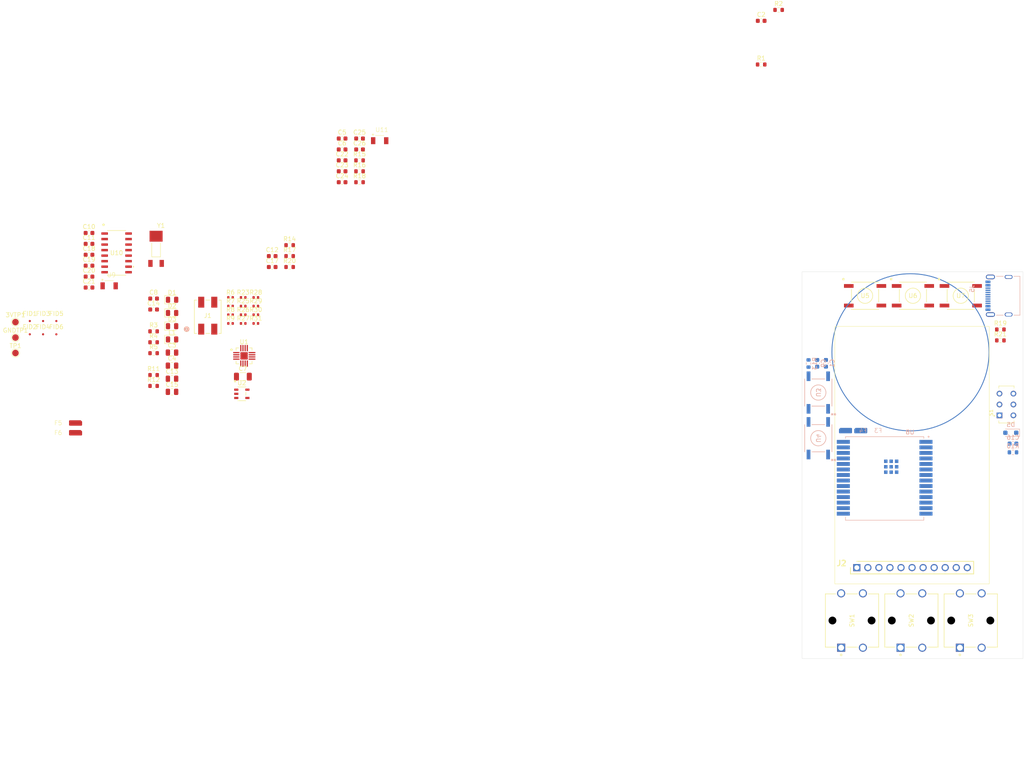
<source format=kicad_pcb>
(kicad_pcb (version 20241229) (generator "pcbnew") (generator_version "9.0")
  (layers (0 "F.Cu" signal) (2 "B.Cu" signal) (13 "F.Paste" user) (15 "B.Paste" user) (5 "F.SilkS" user "F.Silkscreen") (7 "B.SilkS" user "B.Silkscreen") (1 "F.Mask" user) (3 "B.Mask" user) (25 "Edge.Cuts" user))
  (net 0 "")
  (net 1 "3V3")
  (net 2 "MCU_EN")
  (net 3 "GND")
  (net 4 "Vsys")
  (net 5 "IO9")
  (net 6 "GPIO2")
  (net 7 "GPIO3")
  (net 8 "Net-(C12-Pad1)")
  (net 9 "Vbat")
  (net 10 "Vbus")
  (net 11 "/PWR/POWER_EN")
  (net 12 "Net-(C17-Pad1)")
  (net 13 "GPIO4")
  (net 14 "GPIO5")
  (net 15 "GPIO6")
  (net 16 "GPIO7")
  (net 17 "Net-(D1-A)")
  (net 18 "Net-(D2-A)")
  (net 19 "IO_CHG")
  (net 20 "Net-(D3-K)")
  (net 21 "Net-(D3-A)")
  (net 22 "LCD_D{slash}C")
  (net 23 "CS_SD")
  (net 24 "MISO")
  (net 25 "MOSI")
  (net 26 "SCK")
  (net 27 "LCD_RESET")
  (net 28 "D_P")
  (net 29 "Net-(J5-CC1_A)")
  (net 30 "D_N")
  (net 31 "Net-(J5-CC1_B)")
  (net 32 "Net-(U2-LX)")
  (net 33 "Net-(U8-IO8)")
  (net 34 "/PWR/TMR_CHR")
  (net 35 "/PWR/ISET_CHR")
  (net 36 "/PWR/TS_CHR")
  (net 37 "/PWR/ILIM_CHR")
  (net 38 "XTAL_P")
  (net 39 "XTAL_N")
  (net 40 "/PWR/TD_CHR")
  (net 41 "/PWR/EN1_CHR")
  (net 42 "/PWR/EN2_CHR")
  (net 43 "/PWR/CE_CHR")
  (net 45 "Net-(U10-VREF)")
  (net 47 "Net-(C6-Pad1)")
  (net 48 "AudioL")
  (net 49 "AudioR")
  (net 50 "Net-(C22-Pad1)")
  (net 51 "Net-(U10-INL)")
  (net 53 "Net-(U10-INR)")
  (net 54 "Net-(U10-MUTE)")
  (net 55 "AudioCS")
  (net 56 "Net-(U10-+OUT_R)")
  (net 57 "Net-(U10--OUT_R)")
  (net 58 "Net-(U10--OUT_L)")
  (net 59 "Net-(U10-+OUT_L)")
  (net 60 "Net-(F5-GOLDFINGER)")
  (net 61 "Net-(F6-GOLDFINGER)")
  (net 62 "LCD_CS")
  (net 63 "Net-(J2-Pad11)")
  (footprint "Capacitor_SMD:C_1206_3216Metric" (layer "F.Cu") (at -28.5386 60.594799)
    (property "Reference" "C7" (at 0 -1.85 0) (layer "F.SilkS"))
    (property "Value" "22uF")
    (pad "1" smd roundrect (at -1.475 0) (size 1.15 1.8) (layers "F.Cu" "F.Mask" "F.Paste") (roundrect_rratio 0.217391) (net 1 "3V3"))
    (pad "2" smd roundrect (at 1.475 0) (size 1.15 1.8) (layers "F.Cu" "F.Mask" "F.Paste") (roundrect_rratio 0.217391) (net 3 "GND"))
  )
  (footprint "Library:2425754-1_TEC" (layer "F.Cu") (at 109 122.91425 90)
    (property "Reference" "SW1" (at 6.25 2.5 90) (layer "F.SilkS"))
    (property "Value" "2425754-1")
    (pad "" np_thru_hole circle (at 6.25 -2 90) (size 1.8034 1.8034) (drill 1.8034) (layers))
    (pad "" np_thru_hole circle (at 6.25 7 90) (size 1.8034 1.8034) (drill 1.8034) (layers))
    (pad "1" thru_hole rect (at 0 0 90) (size 1.8542 1.8542) (drill 1.3462) (layers "*.Cu" "*.Mask") (net 6 "GPIO2"))
    (pad "2" thru_hole circle (at 0 5 90) (size 1.8542 1.8542) (drill 1.3462) (layers "*.Cu" "*.Mask") (net 3 "GND"))
    (pad "3" thru_hole circle (at 12.5 5 90) (size 1.8542 1.8542) (drill 1.3462) (layers "*.Cu" "*.Mask") (net 3 "GND"))
    (pad "4" thru_hole circle (at 12.5 0 90) (size 1.8542 1.8542) (drill 1.3462) (layers "*.Cu" "*.Mask") (net 6 "GPIO2"))
  )
  (footprint "Capacitor_SMD:C_0603_1608Metric" (layer "F.Cu") (at -5.725 15.9)
    (property "Reference" "C24" (at 0 -1.43 0) (layer "F.SilkS"))
    (property "Value" "470uf")
    (pad "1" smd roundrect (at -0.775 0) (size 0.9 0.95) (layers "F.Cu" "F.Mask" "F.Paste") (net 1 "3V3"))
    (pad "2" smd roundrect (at 0.775 0) (size 0.9 0.95) (layers "F.Cu" "F.Mask" "F.Paste") (net 3 "GND"))
  )
  (footprint "Resistor_SMD:R_0402_1005Metric" (layer "F.Cu") (at -25.5586 48.364799)
    (property "Reference" "R31" (at 0 -1.17 0) (layer "F.SilkS"))
    (property "Value" "0R")
    (pad "1" smd roundrect (at -0.51 0) (size 0.54 0.64) (layers "F.Cu" "F.Mask" "F.Paste") (net 3 "GND"))
    (pad "2" smd roundrect (at 0.51 0) (size 0.54 0.64) (layers "F.Cu" "F.Mask" "F.Paste") (net 43 "/PWR/CE_CHR"))
  )
  (footprint "Library:XTAL_MS1V-T1K-32.768KHZ-12.5PF-20PPM-TA-QC" (layer "F.Cu") (at -48.4886 31.014799)
    (property "Reference" "Y1" (at 1.125 -5.135 0) (layer "F.SilkS"))
    (property "Value" "MS1V-T1K-32.768KHZ-12.5PF-20PPM-TA-QC")
    (pad "1" smd rect (at -1.3 3.55) (size 1 1.6) (layers "F.Cu" "F.Mask" "F.Paste") (net 8 "Net-(C12-Pad1)"))
    (pad "2" smd rect (at 1.3 3.55) (size 1 1.6) (layers "F.Cu" "F.Mask" "F.Paste") (net 12 "Net-(C17-Pad1)"))
    (pad "S1" smd rect (at 0 -2.7) (size 3 2.5) (layers "F.Cu" "F.Mask" "F.Paste"))
  )
  (footprint "Library:SWITCH_45SK43SMTR92LFS" (layer "F.Cu") (at 125.5 42)
    (property "Reference" "U6" (at 0 0 0) (layer "F.SilkS"))
    (property "Value" "PTS645SK43SMTR92LFS")
    (fp_text user "*" (at -5 -3.5 0) (layer "F.SilkS"))
    (fp_text user "*" (at -5 -3.5 0) (layer "F.SilkS"))
    (pad "1" smd rect (at -3.7465 -2.250001) (size 2.2098 0.8636) (layers "F.Cu" "F.Mask" "F.Paste") (net 15 "GPIO6"))
    (pad "2" smd rect (at 3.7465 -2.250001) (size 2.2098 0.8636) (layers "F.Cu" "F.Mask" "F.Paste") (net 15 "GPIO6"))
    (pad "3" smd rect (at -3.7465 2.250001) (size 2.2098 0.8636) (layers "F.Cu" "F.Mask" "F.Paste") (net 3 "GND"))
    (pad "4" smd rect (at 3.7465 2.250001) (size 2.2098 0.8636) (layers "F.Cu" "F.Mask" "F.Paste") (net 3 "GND"))
  )
  (footprint "TestPoint:TestPoint_Pad_D1.5mm" (layer "F.Cu") (at -80.8186 51.614799)
    (property "Reference" "GNDTP1" (at 0 -1.648 0) (layer "F.SilkS"))
    (property "Value" "TP")
    (pad "1" smd circle (at 0 0) (size 1.5 1.5) (layers "F.Cu" "F.Mask") (net 3 "GND"))
  )
  (footprint "Capacitor_SMD:C_0603_1608Metric" (layer "F.Cu") (at -49.0586 42.654799)
    (property "Reference" "C8" (at 0 -1.43 0) (layer "F.SilkS"))
    (property "Value" "0.1uF")
    (pad "1" smd roundrect (at -0.775 0) (size 0.9 0.95) (layers "F.Cu" "F.Mask" "F.Paste") (net 1 "3V3"))
    (pad "2" smd roundrect (at 0.775 0) (size 0.9 0.95) (layers "F.Cu" "F.Mask" "F.Paste") (net 3 "GND"))
  )
  (footprint "Library:SW_EG1271A" (layer "F.Cu") (at 147 67 90)
    (property "Reference" "S1" (at -1.86 -3.508 90) (layer "F.SilkS") (effects (font (size 0.8 0.8))))
    (property "Value" "EG1271A")
    (pad "1" thru_hole rect (at -2.5 -1.6 90) (size 1.308 1.308) (drill 0.8) (layers "*.Cu" "*.Mask") (net 4 "Vsys"))
    (pad "2" thru_hole circle (at 0 -1.6 90) (size 1.308 1.308) (drill 0.8) (layers "*.Cu" "*.Mask") (net 11 "/PWR/POWER_EN"))
    (pad "3" thru_hole circle (at 2.5 -1.6 90) (size 1.308 1.308) (drill 0.8) (layers "*.Cu" "*.Mask") (net 3 "GND"))
    (pad "4" thru_hole circle (at -2.5 1.6 90) (size 1.308 1.308) (drill 0.8) (layers "*.Cu" "*.Mask") (net 4 "Vsys"))
    (pad "5" thru_hole circle (at 0 1.6 90) (size 1.308 1.308) (drill 0.8) (layers "*.Cu" "*.Mask") (net 11 "/PWR/POWER_EN"))
    (pad "6" thru_hole circle (at 2.5 1.6 90) (size 1.308 1.308) (drill 0.8) (layers "*.Cu" "*.Mask") (net 3 "GND"))
  )
  (footprint "Capacitor_SMD:C_0805_2012Metric" (layer "F.Cu") (at -44.8286 58.074799)
    (property "Reference" "C4" (at 0 -1.68 0) (layer "F.SilkS"))
    (property "Value" "4.7uF")
    (pad "1" smd roundrect (at -0.95 0) (size 1 1.45) (layers "F.Cu" "F.Mask" "F.Paste") (net 1 "3V3"))
    (pad "2" smd roundrect (at 0.95 0) (size 1 1.45) (layers "F.Cu" "F.Mask" "F.Paste") (net 3 "GND"))
  )
  (footprint "Capacitor_SMD:C_0603_1608Metric" (layer "F.Cu") (at -63.9086 30.074799)
    (property "Reference" "C11" (at 0 -1.43 0) (layer "F.SilkS"))
    (property "Value" "0.1uF")
    (pad "1" smd roundrect (at -0.775 0) (size 0.9 0.95) (layers "F.Cu" "F.Mask" "F.Paste") (net 7 "GPIO3"))
    (pad "2" smd roundrect (at 0.775 0) (size 0.9 0.95) (layers "F.Cu" "F.Mask" "F.Paste") (net 3 "GND"))
  )
  (footprint "Resistor_SMD:R_0402_1005Metric" (layer "F.Cu") (at -31.3786 46.374799)
    (property "Reference" "R8" (at 0 -1.17 0) (layer "F.SilkS"))
    (property "Value" "10k")
    (pad "1" smd roundrect (at -0.51 0) (size 0.54 0.64) (layers "F.Cu" "F.Mask" "F.Paste") (net 36 "/PWR/TS_CHR"))
    (pad "2" smd roundrect (at 0.51 0) (size 0.54 0.64) (layers "F.Cu" "F.Mask" "F.Paste") (net 3 "GND"))
  )
  (footprint "Capacitor_SMD:C_0603_1608Metric" (layer "F.Cu") (at -21.7986 32.884799)
    (property "Reference" "C12" (at 0 -1.43 0) (layer "F.SilkS"))
    (property "Value" "12pF")
    (pad "1" smd roundrect (at -0.775 0) (size 0.9 0.95) (layers "F.Cu" "F.Mask" "F.Paste") (net 8 "Net-(C12-Pad1)"))
    (pad "2" smd roundrect (at 0.775 0) (size 0.9 0.95) (layers "F.Cu" "F.Mask" "F.Paste") (net 3 "GND"))
  )
  (footprint "Capacitor_SMD:C_0603_1608Metric" (layer "F.Cu") (at -5.725 10.88)
    (property "Reference" "C22" (at 0 -1.43 0) (layer "F.SilkS"))
    (property "Value" "4.7uF")
    (pad "1" smd roundrect (at -0.775 0) (size 0.9 0.95) (layers "F.Cu" "F.Mask" "F.Paste") (net 50 "Net-(C22-Pad1)"))
    (pad "2" smd roundrect (at 0.775 0) (size 0.9 0.95) (layers "F.Cu" "F.Mask" "F.Paste") (net 49 "AudioR"))
  )
  (footprint "Resistor_SMD:R_0402_1005Metric" (layer "F.Cu") (at -31.3786 48.364799)
    (property "Reference" "R9" (at 0 -1.17 0) (layer "F.SilkS"))
    (property "Value" "0R")
    (pad "1" smd roundrect (at -0.51 0) (size 0.54 0.64) (layers "F.Cu" "F.Mask" "F.Paste") (net 37 "/PWR/ILIM_CHR"))
    (pad "2" smd roundrect (at 0.51 0) (size 0.54 0.64) (layers "F.Cu" "F.Mask" "F.Paste") (net 3 "GND"))
  )
  (footprint "Resistor_SMD:R_0603_1608Metric" (layer "F.Cu") (at -49.0586 52.694799)
    (property "Reference" "R4" (at 0 -1.43 0) (layer "F.SilkS"))
    (property "Value" "1k")
    (pad "1" smd roundrect (at -0.825 0) (size 0.8 0.95) (layers "F.Cu" "F.Mask" "F.Paste") (net 4 "Vsys"))
    (pad "2" smd roundrect (at 0.825 0) (size 0.8 0.95) (layers "F.Cu" "F.Mask" "F.Paste") (net 18 "Net-(D2-A)"))
  )
  (footprint "Library:SPEAKER" (layer "F.Cu") (at 2.915 5.355)
    (property "Reference" "U11" (at 0.5 -1.5 0) (layer "F.SilkS") (effects (font (thickness 0.1))))
    (property "Value" "SPKM.36.8.B")
    (fp_text user "*" (at -2 0.5 0) (layer "F.SilkS") (effects (font (thickness 0.1)) (justify left bottom)))
    (pad "1" smd rect (at -1.5 1) (size 1 1.6) (layers "F.Cu" "F.Mask" "F.Paste") (net 59 "Net-(U10-+OUT_L)"))
    (pad "2" smd rect (at 1.5 1) (size 1 1.6) (layers "F.Cu" "F.Mask" "F.Paste") (net 58 "Net-(U10--OUT_L)"))
  )
  (footprint "Capacitor_SMD:C_0603_1608Metric" (layer "F.Cu") (at -21.7986 35.394799)
    (property "Reference" "C17" (at 0 -1.43 0) (layer "F.SilkS"))
    (property "Value" "12pF")
    (pad "1" smd roundrect (at -0.775 0) (size 0.9 0.95) (layers "F.Cu" "F.Mask" "F.Paste") (net 12 "Net-(C17-Pad1)"))
    (pad "2" smd roundrect (at 0.775 0) (size 0.9 0.95) (layers "F.Cu" "F.Mask" "F.Paste") (net 3 "GND"))
  )
  (footprint "TestPoint:TestPoint_Pad_D1.5mm" (layer "F.Cu") (at -80.8186 55.164799)
    (property "Reference" "TP1" (at 0 -1.648 0) (layer "F.SilkS"))
    (property "Value" "TestPoint")
    (pad "1" smd circle (at 0 0) (size 1.5 1.5) (layers "F.Cu" "F.Mask"))
  )
  (footprint "Resistor_SMD:R_0603_1608Metric" (layer "F.Cu") (at -49.0586 50.184799)
    (property "Reference" "R3" (at 0 -1.43 0) (layer "F.SilkS"))
    (property "Value" "1k")
    (pad "1" smd roundrect (at -0.825 0) (size 0.8 0.95) (layers "F.Cu" "F.Mask" "F.Paste") (net 1 "3V3"))
    (pad "2" smd roundrect (at 0.825 0) (size 0.8 0.95) (layers "F.Cu" "F.Mask" "F.Paste") (net 17 "Net-(D1-A)"))
  )
  (footprint "Resistor_SMD:R_0603_1608Metric" (layer "F.Cu") (at 145.606 52.2645)
    (property "Reference" "R21" (at 0 -1.43 0) (layer "F.SilkS"))
    (property "Value" "0")
    (pad "1" smd roundrect (at -0.825 0) (size 0.8 0.95) (layers "F.Cu" "F.Mask" "F.Paste") (net 3 "GND"))
    (pad "2" smd roundrect (at 0.825 0) (size 0.8 0.95) (layers "F.Cu" "F.Mask" "F.Paste") (net 63 "Net-(J2-Pad11)"))
  )
  (footprint "Capacitor_SMD:C_0805_2012Metric" (layer "F.Cu") (at -44.8286 64.094799)
    (property "Reference" "C15" (at 0 -1.68 0) (layer "F.SilkS"))
    (property "Value" "4.7uF")
    (pad "1" smd roundrect (at -0.95 0) (size 1 1.45) (layers "F.Cu" "F.Mask" "F.Paste") (net 4 "Vsys"))
    (pad "2" smd roundrect (at 0.95 0) (size 1 1.45) (layers "F.Cu" "F.Mask" "F.Paste") (net 3 "GND"))
  )
  (footprint "Fiducial:Fiducial_0.5mm_Mask1.5mm" (layer "F.Cu") (at -77.5186 47.814799)
    (property "Reference" "FID1" (at 0 -1.7 0) (layer "F.SilkS"))
    (property "Value" "Fiducial")
    (pad "" smd circle (at 0 0) (size 0.5 0.5) (layers "F.Cu" "F.Mask") (clearance 0.6))
  )
  (footprint "Library:SWITCH_45SK43SMTR92LFS" (layer "F.Cu") (at 136.5 42)
    (property "Reference" "U7" (at 0 0 0) (layer "F.SilkS"))
    (property "Value" "PTS645SK43SMTR92LFS")
    (fp_text user "*" (at -5 -3.5 0) (layer "F.SilkS"))
    (fp_text user "*" (at -5 -3.5 0) (layer "F.SilkS"))
    (pad "1" smd rect (at -3.7465 -2.250001) (size 2.2098 0.8636) (layers "F.Cu" "F.Mask" "F.Paste") (net 16 "GPIO7"))
    (pad "2" smd rect (at 3.7465 -2.250001) (size 2.2098 0.8636) (layers "F.Cu" "F.Mask" "F.Paste") (net 16 "GPIO7"))
    (pad "3" smd rect (at -3.7465 2.250001) (size 2.2098 0.8636) (layers "F.Cu" "F.Mask" "F.Paste") (net 3 "GND"))
    (pad "4" smd rect (at 3.7465 2.250001) (size 2.2098 0.8636) (layers "F.Cu" "F.Mask" "F.Paste") (net 3 "GND"))
  )
  (footprint "Capacitor_SMD:C_0603_1608Metric" (layer "F.Cu") (at 90.615 -21.2)
    (property "Reference" "C2" (at 0 -1.43 0) (layer "F.SilkS"))
    (property "Value" "1uF")
    (pad "1" smd roundrect (at -0.775 0) (size 0.9 0.95) (layers "F.Cu" "F.Mask" "F.Paste") (net 2 "MCU_EN"))
    (pad "2" smd roundrect (at 0.775 0) (size 0.9 0.95) (layers "F.Cu" "F.Mask" "F.Paste") (net 3 "GND"))
  )
  (footprint "Fiducial:Fiducial_0.5mm_Mask1.5mm" (layer "F.Cu") (at -71.4186 47.814799)
    (property "Reference" "FID5" (at 0 -1.7 0) (layer "F.SilkS"))
    (property "Value" "Fiducial")
    (pad "" smd circle (at 0 0) (size 0.5 0.5) (layers "F.Cu" "F.Mask") (clearance 0.6))
  )
  (footprint "Resistor_SMD:R_0402_1005Metric" (layer "F.Cu") (at -31.3786 42.394799)
    (property "Reference" "R6" (at 0 -1.17 0) (layer "F.SilkS"))
    (property "Value" "0R")
    (pad "1" smd roundrect (at -0.51 0) (size 0.54 0.64) (layers "F.Cu" "F.Mask" "F.Paste") (net 34 "/PWR/TMR_CHR"))
    (pad "2" smd roundrect (at 0.51 0) (size 0.54 0.64) (layers "F.Cu" "F.Mask" "F.Paste") (net 3 "GND"))
  )
  (footprint "Fiducial:Fiducial_0.5mm_Mask1.5mm" (layer "F.Cu") (at -77.5186 50.864799)
    (property "Reference" "FID2" (at 0 -1.7 0) (layer "F.SilkS"))
    (property "Value" "Fiducial")
    (pad "" smd circle (at 0 0) (size 0.5 0.5) (layers "F.Cu" "F.Mask") (clearance 0.6))
  )
  (footprint "Resistor_SMD:R_0603_1608Metric" (layer "F.Cu") (at -1.715 10.88)
    (property "Reference" "R15" (at 0 -1.43 0) (layer "F.SilkS"))
    (property "Value" "18k")
    (pad "1" smd roundrect (at -0.825 0) (size 0.8 0.95) (layers "F.Cu" "F.Mask" "F.Paste") (net 51 "Net-(U10-INL)"))
    (pad "2" smd roundrect (at 0.825 0) (size 0.8 0.95) (layers "F.Cu" "F.Mask" "F.Paste") (net 47 "Net-(C6-Pad1)"))
  )
  (footprint "Resistor_SMD:R_0603_1608Metric" (layer "F.Cu") (at -17.7886 35.394799)
    (property "Reference" "R20" (at 0 -1.43 0) (layer "F.SilkS"))
    (property "Value" "0R")
    (pad "1" smd roundrect (at -0.825 0) (size 0.8 0.95) (layers "F.Cu" "F.Mask" "F.Paste") (net 39 "XTAL_N"))
    (pad "2" smd roundrect (at 0.825 0) (size 0.8 0.95) (layers "F.Cu" "F.Mask" "F.Paste") (net 12 "Net-(C17-Pad1)"))
  )
  (footprint "Library:2425754-1_TEC" (layer "F.Cu") (at 122.6492 122.91425 90)
    (property "Reference" "SW2" (at 6.25 2.5 90) (layer "F.SilkS"))
    (property "Value" "2425754-1")
    (pad "" np_thru_hole circle (at 6.25 -2 90) (size 1.8034 1.8034) (drill 1.8034) (layers))
    (pad "" np_thru_hole circle (at 6.25 7 90) (size 1.8034 1.8034) (drill 1.8034) (layers))
    (pad "1" thru_hole rect (at 0 0 90) (size 1.8542 1.8542) (drill 1.3462) (layers "*.Cu" "*.Mask") (net 7 "GPIO3"))
    (pad "2" thru_hole circle (at 0 5 90) (size 1.8542 1.8542) (drill 1.3462) (layers "*.Cu" "*.Mask") (net 3 "GND"))
    (pad "3" thru_hole circle (at 12.5 5 90) (size 1.8542 1.8542) (drill 1.3462) (layers "*.Cu" "*.Mask") (net 3 "GND"))
    (pad "4" thru_hole circle (at 12.5 0 90) (size 1.8542 1.8542) (drill 1.3462) (layers "*.Cu" "*.Mask") (net 7 "GPIO3"))
  )
  (footprint "Library:LCD" (layer "F.Cu") (at 113.601 96.9995)
    (property "Reference" "J2" (at -4.5 6.5 0) (layer "F.SilkS") (effects (font (size 1.27 1.27) (thickness 0.254))))
    (property "Value" "LCD" (hide yes))
    (pad "" np_thru_hole circle (at -4.05 -45.95) (size 2.2 2.2) (drill 2.2) (layers "*.Cu" "*.Mask"))
    (pad "" np_thru_hole circle (at 27.45 -45.95) (size 2.2 2.2) (drill 2.2) (layers "*.Cu" "*.Mask"))
    (pad "1" thru_hole rect (at -1.001 7.5005) (size 1.65 1.65) (drill 1.1) (layers "*.Cu" "*.Mask") (net 1 "3V3"))
    (pad "2" thru_hole circle (at 1.539 7.5005) (size 1.65 1.65) (drill 1.1) (layers "*.Cu" "*.Mask"))
    (pad "3" thru_hole circle (at 4.079 7.5005) (size 1.65 1.65) (drill 1.1) (layers "*.Cu" "*.Mask") (net 3 "GND"))
    (pad "4" thru_hole circle (at 6.619 7.5005) (size 1.65 1.65) (drill 1.1) (layers "*.Cu" "*.Mask") (net 26 "SCK"))
    (pad "5" thru_hole circle (at 9.159 7.5005) (size 1.65 1.65) (drill 1.1) (layers "*.Cu" "*.Mask") (net 24 "MISO"))
    (pad "6" thru_hole circle (at 11.699 7.5005) (size 1.65 1.65) (drill 1.1) (layers "*.Cu" "*.Mask") (net 25 "MOSI"))
    (pad "7" thru_hole circle (at 14.239 7.5005) (size 1.65 1.65) (drill 1.1) (layers "*.Cu" "*.Mask") (net 62 "LCD_CS"))
    (pad "8" thru_hole circle (at 16.779 7.5005) (size 1.65 1.65) (drill 1.1) (layers "*.Cu" "*.Mask") (net 27 "LCD_RESET"))
    (pad "9" thru_hole circle (at 19.319 7.5005) (size 1.65 1.65) (drill 1.1) (layers "*.Cu" "*.Mask") (net 22 "LCD_D{slash}C"))
    (pad "10" thru_hole circle (at 21.859 7.5005) (size 1.65 1.65) (drill 1.1) (layers "*.Cu" "*.Mask") (net 23 "CS_SD"))
    (pad "11" thru_hole circle (at 24.399 7.5005) (size 1.65 1.65) (drill 1.1) (layers "*.Cu" "*.Mask") (net 63 "Net-(J2-Pad11)"))
  )
  (footprint "Resistor_SMD:R_0603_1608Metric" (layer "F.Cu") (at -49.0586 60.224799)
    (property "Reference" "R11" (at 0 -1.43 0) (layer "F.SilkS"))
    (property "Value" "5k1")
    (pad "1" smd roundrect (at -0.825 0) (size 0.8 0.95) (layers "F.Cu" "F.Mask" "F.Paste") (net 31 "Net-(J5-CC1_B)"))
    (pad "2" smd roundrect (at 0.825 0) (size 0.8 0.95) (layers "F.Cu" "F.Mask" "F.Paste") (net 3 "GND"))
  )
  (footprint "Library:SWITCH_45SK43SMTR92LFS" (layer "F.Cu") (at 114.5 42)
    (property "Reference" "U5" (at 0 0 0) (layer "F.SilkS"))
    (property "Value" "PTS645SK43SMTR92LFS")
    (fp_text user "*" (at -5 -3.5 0) (layer "F.SilkS"))
    (fp_text user "*" (at -5 -3.5 0) (layer "F.SilkS"))
    (pad "1" smd rect (at -3.7465 -2.250001) (size 2.2098 0.8636) (layers "F.Cu" "F.Mask" "F.Paste") (net 14 "GPIO5"))
    (pad "2" smd rect (at 3.7465 -2.250001) (size 2.2098 0.8636) (layers "F.Cu" "F.Mask" "F.Paste") (net 14 "GPIO5"))
    (pad "3" smd rect (at -3.7465 2.250001) (size 2.2098 0.8636) (layers "F.Cu" "F.Mask" "F.Paste") (net 3 "GND"))
    (pad "4" smd rect (at 3.7465 2.250001) (size 2.2098 0.8636) (layers "F.Cu" "F.Mask" "F.Paste") (net 3 "GND"))
  )
  (footprint "Library:GOLD_FINGERS" (layer "F.Cu") (at -67 71.25)
    (property "Reference" "F5" (at -4 0 0) (layer "F.SilkS") (effects (font (thickness 0.1))))
    (property "Value" "~")
    (pad "1" smd roundrect (at 0 0) (size 3 1.25) (property pad_prop_bga) (layers "F.Cu" "F.Mask" "F.Paste") (roundrect_rratio 0.15) (chamfer_ratio 0.25) (chamfer top_right) (net 60 "Net-(F5-GOLDFINGER)"))
  )
  (footprint "Library:CONN2_2059-302&slash_998-403_WAG" (layer "F.Cu") (at -36.613598 46.833142)
    (property "Reference" "J1" (at 0 -0.253144 0) (layer "F.SilkS"))
    (property "Value" "2060-1452/998-404")
    (pad "1" smd rect (at -1.500001 2.846855) (size 1.397 2.5) (layers "F.Cu" "F.Mask" "F.Paste") (net 3 "GND"))
    (pad "2" smd rect (at -1.500001 -3.353143) (size 1.397 2.5) (layers "F.Cu" "F.Mask" "F.Paste") (net 3 "GND"))
    (pad "3" smd rect (at 1.499998 2.846855) (size 1.397 2.5) (layers "F.Cu" "F.Mask" "F.Paste") (net 9 "Vbat"))
    (pad "4" smd rect (at 1.499998 -3.353143) (size 1.397 2.5) (layers "F.Cu" "F.Mask" "F.Paste") (net 9 "Vbat"))
  )
  (footprint "Resistor_SMD:R_0402_1005Metric" (layer "F.Cu") (at -28.4686 48.364799)
    (property "Reference" "R27" (at 0 -1.17 0) (layer "F.SilkS"))
    (property "Value" "0R")
    (pad "1" smd roundrect (at -0.51 0) (size 0.54 0.64) (layers "F.Cu" "F.Mask" "F.Paste") (net 3 "GND"))
    (pad "2" smd roundrect (at 0.51 0) (size 0.54 0.64) (layers "F.Cu" "F.Mask" "F.Paste") (net 41 "/PWR/EN1_CHR"))
  )
  (footprint "Resistor_SMD:R_0402_1005Metric" (layer "F.Cu") (at -25.5586 42.394799)
    (property "Reference" "R28" (at 0 -1.17 0) (layer "F.SilkS"))
    (property "Value" "0R")
    (pad "1" smd roundrect (at -0.51 0) (size 0.54 0.64) (layers "F.Cu" "F.Mask" "F.Paste") (net 42 "/PWR/EN2_CHR"))
    (pad "2" smd roundrect (at 0.51 0) (size 0.54 0.64) (layers "F.Cu" "F.Mask" "F.Paste") (net 4 "Vsys"))
  )
  (footprint "Resistor_SMD:R_0603_1608Metric" (layer "F.Cu") (at -1.715 15.9)
    (property "Reference" "R18" (at 0 -1.43 0) (layer "F.SilkS"))
    (property "Value" "0")
    (pad "1" smd roundrect (at -0.825 0) (size 0.8 0.95) (layers "F.Cu" "F.Mask" "F.Paste") (net 1 "3V3"))
    (pad "2" smd roundrect (at 0.825 0) (size 0.8 0.95) (layers "F.Cu" "F.Mask" "F.Paste") (net 54 "Net-(U10-MUTE)"))
  )
  (footprint "Library:RGT16_1P7X1P7" (layer "F.Cu") (at -28.2636 55.819799)
    (property "Reference" "U1" (at 0 -3.2 0) (layer "F.SilkS"))
    (property "Value" "BQ24230RGTR")
    (fp_text user "*" (at -2.9 -1.1 0) (layer "F.SilkS"))
    (fp_text user "*" (at -2.9 -1.1 0) (layer "F.SilkS"))
    (pad "1" smd rect (at -1.775 -0.750001 90) (size 0.28 1.449999) (layers "F.Cu" "F.Mask") (net 36 "/PWR/TS_CHR"))
    (pad "2" smd rect (at -1.775 -0.25 90) (size 0.28 1.449999) (layers "F.Cu" "F.Mask") (net 9 "Vbat"))
    (pad "3" smd rect (at -1.775 0.249999 90) (size 0.279998 1.449999) (layers "F.Cu" "F.Mask") (net 9 "Vbat"))
    (pad "4" smd rect (at -1.775 0.750001 90) (size 0.28 1.449999) (layers "F.Cu" "F.Mask") (net 43 "/PWR/CE_CHR"))
    (pad "5" smd rect (at -0.750189 1.775) (size 0.28 1.449999) (layers "F.Cu" "F.Mask") (net 42 "/PWR/EN2_CHR"))
    (pad "6" smd rect (at -0.250063 1.775) (size 0.28 1.449999) (layers "F.Cu" "F.Mask") (net 41 "/PWR/EN1_CHR"))
    (pad "7" smd rect (at 0.250063 1.775) (size 0.28 1.449999) (layers "F.Cu" "F.Mask") (net 20 "Net-(D3-K)"))
    (pad "8" smd rect (at 0.750189 1.775) (size 0.28 1.449999) (layers "F.Cu" "F.Mask") (net 3 "GND"))
    (pad "9" smd rect (at 1.825 0.750001 90) (size 0.28 1.549999) (layers "F.Cu" "F.Mask") (net 19 "IO_CHG"))
    (pad "10" smd rect (at 1.825 0.25 90) (size 0.28 1.549999) (layers "F.Cu" "F.Mask") (net 4 "Vsys"))
    (pad "11" smd rect (at 1.825 -0.25 90) (size 0.28 1.549999) (layers "F.Cu" "F.Mask") (net 4 "Vsys"))
    (pad "12" smd rect (at 1.825 -0.750001 90) (size 0.28 1.549999) (layers "F.Cu" "F.Mask") (net 37 "/PWR/ILIM_CHR"))
    (pad "13" smd rect (at 0.750189 -1.775) (size 0.28 1.449999) (layers "F.Cu" "F.Mask") (net 10 "Vbus"))
    (pad "14" smd rect (at 0.250063 -1.775) (size 0.28 1.449999) (layers "F.Cu" "F.Mask") (net 34 "/PWR/TMR_CHR"))
    (pad "15" smd rect (at -0.250063 -1.775) (size 0.28 1.449999) (layers "F.Cu" "F.Mask") (net 40 "/PWR/TD_CHR"))
    (pad "16" smd rect (at -0.750189 -1.775) (size 0.28 1.449999) (layers "F.Cu" "F.Mask") (net 35 "/PWR/ISET_CHR"))
    (pad "17" smd rect (at 0 0) (size 1.7 1.7) (layers "F.Cu") (net 3 "GND"))
  )
  (footprint "Capacitor_SMD:C_0603_1608Metric" (layer "F.Cu") (at -63.9086 32.584799)
    (property "Reference" "C18" (at 0 -1.43 0) (layer "F.SilkS"))
    (property "Value" "0.1uF")
    (pad "1" smd roundrect (at -0.775 0) (size 0.9 0.95) (layers "F.Cu" "F.Mask" "F.Paste") (net 13 "GPIO4"))
    (pad "2" smd roundrect (at 0.775 0) (size 0.9 0.95) (layers "F.Cu" "F.Mask" "F.Paste") (net 3 "GND"))
  )
  (footprint "Capacitor_SMD:C_0603_1608Metric" (layer "F.Cu") (at -63.9086 35.094799)
    (property "Reference" "C19" (at 0 -1.43 0) (layer "F.SilkS"))
    (property "Value" "0.1uF")
    (pad "1" smd roundrect (at -0.775 0) (size 0.9 0.95) (layers "F.Cu" "F.Mask" "F.Paste") (net 14 "GPIO5"))
    (pad "2" smd roundrect (at 0.775 0) (size 0.9 0.95) (layers "F.Cu" "F.Mask" "F.Paste") (net 3 "GND"))
  )
  (footprint "Resistor_SMD:R_0603_1608Metric" (layer "F.Cu") (at 90.615 -11.16)
    (property "Reference" "R1" (at 0 -1.43 0) (layer "F.SilkS"))
    (property "Value" "10k")
    (pad "1" smd roundrect (at -0.825 0) (size 0.8 0.95) (layers "F.Cu" "F.Mask" "F.Paste") (net 2 "MCU_EN"))
    (pad "2" smd roundrect (at 0.825 0) (size 0.8 0.95) (layers "F.Cu" "F.Mask" "F.Paste") (net 1 "3V3"))
  )
  (footprint "Library:TSOT5_MC_MCH" (layer "F.Cu") (at -28.7778 64.549999)
    (property "Reference" "U2" (at 0 -2.5 0) (layer "F.SilkS"))
    (property "Value" "MCP1603T-330I/OS")
    (fp_text user "*" (at -1.5318 -2.601 0) (layer "F.SilkS"))
    (fp_text user "*" (at -1.5318 -2.601 0) (layer "F.SilkS"))
    (pad "1" smd rect (at -1.2778 -0.950001) (size 0.9556 0.508) (layers "F.Cu" "F.Mask" "F.Paste") (net 4 "Vsys"))
    (pad "2" smd rect (at -1.2778 0) (size 0.9556 0.508) (layers "F.Cu" "F.Mask" "F.Paste") (net 3 "GND"))
    (pad "3" smd rect (at -1.2778 0.950001) (size 0.9556 0.508) (layers "F.Cu" "F.Mask" "F.Paste") (net 11 "/PWR/POWER_EN"))
    (pad "4" smd rect (at 1.2778 0.950001) (size 0.9556 0.508) (layers "F.Cu" "F.Mask" "F.Paste") (net 1 "3V3"))
    (pad "5" smd rect (at 1.2778 -0.950001) (size 0.9556 0.508) (layers "F.Cu" "F.Mask" "F.Paste") (net 32 "Net-(U2-LX)"))
  )
  (footprint "Resistor_SMD:R_0603_1608Metric" (layer "F.Cu") (at -49.0586 55.204799)
    (property "Reference" "R5" (at 0 -1.43 0) (layer "F.SilkS"))
    (property "Value" "1k")
    (pad "1" smd roundrect (at -0.825 0) (size 0.8 0.95) (layers "F.Cu" "F.Mask" "F.Paste") (net 4 "Vsys"))
    (pad "2" smd roundrect (at 0.825 0) (size 0.8 0.95) (layers "F.Cu" "F.Mask" "F.Paste") (net 21 "Net-(D3-A)"))
  )
  (footprint "Capacitor_SMD:C_0603_1608Metric" (layer "F.Cu") (at -63.9086 40.114799)
    (property "Reference" "C21" (at 0 -1.43 0) (layer "F.SilkS"))
    (property "Value" "0.1uF")
    (pad "1" smd roundrect (at -0.775 0) (size 0.9 0.95) (layers "F.Cu" "F.Mask" "F.Paste") (net 16 "GPIO7"))
    (pad "2" smd roundrect (at 0.775 0) (size 0.9 0.95) (layers "F.Cu" "F.Mask" "F.Paste") (net 3 "GND"))
  )
  (footprint "Capacitor_SMD:C_0603_1608Metric" (layer "F.Cu") (at -5.725 5.86)
    (property "Reference" "C5" (at 0 -1.43 0) (layer "F.SilkS"))
    (property "Value" "0.1uF")
    (pad "1" smd roundrect (at -0.775 0) (size 0.9 0.95) (layers "F.Cu" "F.Mask" "F.Paste") (net 45 "Net-(U10-VREF)"))
    (pad "2" smd roundrect (at 0.775 0) (size 0.9 0.95) (layers "F.Cu" "F.Mask" "F.Paste") (net 3 "GND"))
  )
  (footprint "LED_SMD:LED_0805_2012Metric" (layer "F.Cu") (at -44.8086 48.999799)
    (property "Reference" "D3" (at 0 -1.65 0) (layer "F.SilkS"))
    (property "Value" "LED")
    (pad "1" smd roundrect (at -0.9375 0) (size 0.975 1.4) (layers "F.Cu" "F.Mask" "F.Paste") (net 20 "Net-(D3-K)"))
    (pad "2" smd roundrect (at 0.9375 0) (size 0.975 1.4) (layers "F.Cu" "F.Mask" "F.Paste") (net 21 "Net-(D3-A)"))
  )
  (footprint "Resistor_SMD:R_0603_1608Metric" (layer "F.Cu") (at -17.7886 32.884799)
    (property "Reference" "R17" (at 0 -1.43 0) (layer "F.SilkS"))
    (property "Value" "0R")
    (pad "1" smd roundrect (at -0.825 0) (size 0.8 0.95) (layers "F.Cu" "F.Mask" "F.Paste") (net 12 "Net-(C17-Pad1)"))
    (pad "2" smd roundrect (at 0.825 0) (size 0.8 0.95) (layers "F.Cu" "F.Mask" "F.Paste") (net 8 "Net-(C12-Pad1)"))
  )
  (footprint "Resistor_SMD:R_0402_1005Metric" (layer "F.Cu") (at -31.3786 44.384799)
    (property "Reference" "R7" (at 0 -1.17 0) (layer "F.SilkS"))
    (property "Value" "4.35k")
    (pad "1" smd roundrect (at -0.51 0) (size 0.54 0.64) (layers "F.Cu" "F.Mask" "F.Paste") (net 35 "/PWR/ISET_CHR"))
    (pad "2" smd roundrect (at 0.51 0) (size 0.54 0.64) (layers "F.Cu" "F.Mask" "F.Paste") (net 3 "GND"))
  )
  (footprint "Fiducial:Fiducial_0.5mm_Mask1.5mm" (layer "F.Cu") (at -74.4686 47.814799)
    (property "Reference" "FID3" (at 0 -1.7 0) (layer "F.SilkS"))
    (property "Value" "Fiducial")
    (pad "" smd circle (at 0 0) (size 0.5 0.5) (layers "F.Cu" "F.Mask") (clearance 0.6))
  )
  (footprint "LED_SMD:LED_0805_2012Metric" (layer "F.Cu") (at -44.8086 42.919799)
    (property "Reference" "D1" (at 0 -1.65 0) (layer "F.SilkS"))
    (property "Value" "LED")
    (pad "1" smd roundrect (at -0.9375 0) (size 0.975 1.4) (layers "F.Cu" "F.Mask" "F.Paste") (net 3 "GND"))
    (pad "2" smd roundrect (at 0.9375 0) (size 0.975 1.4) (layers "F.Cu" "F.Mask" "F.Paste") (net 17 "Net-(D1-A)"))
  )
  (footprint "Capacitor_SMD:C_0603_1608Metric" (layer "F.Cu") (at -5.725 8.37)
    (property "Reference" "C6" (at 0 -1.43 0) (layer "F.SilkS"))
    (property "Value" "4.7uF")
    (pad "1" smd roundrect (at -0.775 0) (size 0.9 0.95) (layers "F.Cu" "F.Mask" "F.Paste") (net 47 "Net-(C6-Pad1)"))
    (pad "2" smd roundrect (at 0.775 0) (size 0.9 0.95) (layers "F.Cu" "F.Mask" "F.Paste") (net 48 "AudioL"))
  )
  (footprint "LED_SMD:LED_0805_2012Metric" (layer "F.Cu") (at -44.8086 52.039799)
    (property "Reference" "L1" (at 0 -1.65 0) (layer "F.SilkS"))
    (property "Value" "4.7uH")
    (pad "1" smd roundrect (at -0.9375 0) (size 0.975 1.4) (layers "F.Cu" "F.Mask" "F.Paste") (net 32 "Net-(U2-LX)"))
    (pad "2" smd roundrect (at 0.9375 0) (size 0.975 1.4) (layers "F.Cu" "F.Mask" "F.Paste") (net 1 "3V3"))
  )
  (footprint "Resistor_SMD:R_0402_1005Metric" (layer "F.Cu") (at -28.4686 44.384799)
    (property "Reference" "R25" (at 0 -1.17 0) (layer "F.SilkS"))
    (property "Value" "0R")
    (pad "1" smd roundrect (at -0.51 0) (size 0.54 0.64) (layers "F.Cu" "F.Mask" "F.Paste") (net 3 "GND"))
    (pad "2" smd roundrect (at 0.51 0) (size 0.54 0.64) (layers "F.Cu" "F.Mask" "F.Paste") (net 40 "/PWR/TD_CHR"))
  )
  (footprint "Capacitor_SMD:C_0603_1608Metric" (layer "F.Cu") (at -49.0586 45.164799)
    (property "Reference" "C14" (at 0 -1.43 0) (layer "F.SilkS"))
    (property "Value" "1uF")
    (pad "1" smd roundrect (at -0.775 0) (size 0.9 0.95) (layers "F.Cu" "F.Mask" "F.Paste") (net 10 "Vbus"))
    (pad "2" smd roundrect (at 0.775 0) (size 0.9 0.95) (layers "F.Cu" "F.Mask" "F.Paste") (net 3 "GND"))
  )
  (footprint "Capacitor_SMD:C_0805_2012Metric" (layer "F.Cu") (at -44.8286 61.084799)
    (property "Reference" "C13" (at 0 -1.68 0) (layer "F.SilkS"))
    (property "Value" "4.7uF")
    (pad "1" smd roundrect (at -0.95 0) (size 1 1.45) (layers "F.Cu" "F.Mask" "F.Paste") (net 9 "Vbat"))
    (pad "2" smd roundrect (at 0.95 0) (size 1 1.45) (layers "F.Cu" "F.Mask" "F.Paste") (net 3 "GND"))
  )
  (footprint "TestPoint:TestPoint_Pad_D1.5mm" (layer "F.Cu") (at -80.8186 48.064799)
    (property "Reference" "3VTP1" (at 0 -1.648 0) (layer "F.SilkS"))
    (property "Value" "TP")
    (pad "1" smd circle (at 0 0) (size 1.5 1.5) (layers "F.Cu" "F.Mask") (net 1 "3V3"))
  )
  (footprint "Fiducial:Fiducial_0.5mm_Mask1.5mm" (layer "F.Cu") (at -74.4686 50.864799)
    (property "Reference" "FID4" (at 0 -1.7 0) (layer "F.SilkS"))
    (property "Value" "Fiducial")
    (pad "" smd circle (at 0 0) (size 0.5 0.5) (layers "F.Cu" "F.Mask") (clearance 0.6))
  )
  (footprint "Resistor_SMD:R_0402_1005Metric" (layer "F.Cu") (at -28.4686 46.374799)
    (property "Reference" "R26" (at 0 -1.17 0) (layer "F.SilkS"))
    (property "Value" "0R")
    (pad "1" smd roundrect (at -0.51 0) (size 0.54 0.64) (layers "F.Cu" "F.Mask" "F.Paste") (net 41 "/PWR/EN1_CHR"))
    (pad "2" smd roundrect (at 0.51 0) (size 0.54 0.64) (layers "F.Cu" "F.Mask" "F.Paste") (net 4 "Vsys"))
  )
  (footprint "Capacitor_SMD:C_0805_2012Metric" (layer "F.Cu") (at -44.8286 55.064799)
    (property "Reference" "C3" (at 0 -1.68 0) (layer "F.SilkS"))
    (property "Value" "4.7uF")
    (pad "1" smd roundrect (at -0.95 0) (size 1 1.45) (layers "F.Cu" "F.Mask" "F.Paste") (net 4 "Vsys"))
    (pad "2" smd roundrect (at 0.95 0) (size 1 1.45) (layers "F.Cu" "F.Mask" "F.Paste") (net 3 "GND"))
  )
  (footprint "Library:SOIC_8403DR_DIO" (layer "F.Cu") (at -57.5682 32.143799)
    (property "Reference" "U10" (at 0 0 0) (layer "F.SilkS"))
    (property "Value" "PAM8403DR")
    (fp_text user "*" (at -3.00355 -6.1468 0) (layer "F.SilkS"))
    (fp_text user "*" (at -3.00355 -6.1468 0) (layer "F.SilkS"))
    (pad "1" smd rect (at -2.74955 -4.445) (size 1.5113 0.5588) (layers "F.Cu" "F.Mask" "F.Paste") (net 59 "Net-(U10-+OUT_L)"))
    (pad "2" smd rect (at -2.74955 -3.175) (size 1.5113 0.5588) (layers "F.Cu" "F.Mask" "F.Paste") (net 3 "GND"))
    (pad "3" smd rect (at -2.74955 -1.905) (size 1.5113 0.5588) (layers "F.Cu" "F.Mask" "F.Paste") (net 58 "Net-(U10--OUT_L)"))
    (pad "4" smd rect (at -2.74955 -0.635) (size 1.5113 0.5588) (layers "F.Cu" "F.Mask" "F.Paste") (net 1 "3V3"))
    (pad "5" smd rect (at -2.74955 0.635) (size 1.5113 0.5588) (layers "F.Cu" "F.Mask" "F.Paste") (net 54 "Net-(U10-MUTE)"))
    (pad "6" smd rect (at -2.74955 1.905) (size 1.5113 0.5588) (layers "F.Cu" "F.Mask" "F.Paste") (net 1 "3V3"))
    (pad "7" smd rect (at -2.74955 3.175) (size 1.5113 0.5588) (layers "F.Cu" "F.Mask" "F.Paste") (net 51 "Net-(U10-INL)"))
    (pad "8" smd rect (at -2.74955 4.445) (size 1.5113 0.5588) (layers "F.Cu" "F.Mask" "F.Paste") (net 45 "Net-(U10-VREF)"))
    (pad "9" smd rect (at 2.74955 4.445) (size 1.5113 0.5588) (layers "F.Cu" "F.Mask" "F.Paste"))
    (pad "10" smd rect (at 2.74955 3.175) (size 1.5113 0.5588) (layers "F.Cu" "F.Mask" "F.Paste") (net 53 "Net-(U10-INR)"))
    (pad "11" smd rect (at 2.74955 1.905) (size 1.5113 0.5588) (layers "F.Cu" "F.Mask" "F.Paste") (net 3 "GND"))
    (pad "12" smd rect (at 2.74955 0.635) (size 1.5113 0.5588) (layers "F.Cu" "F.Mask" "F.Paste") (net 55 "AudioCS"))
    (pad "13" smd rect (at 2.74955 -0.635) (size 1.5113 0.5588) (layers "F.Cu" "F.Mask" "F.Paste") (net 1 "3V3"))
    (pad "14" smd rect (at 2.74955 -1.905) (size 1.5113 0.5588) (layers "F.Cu" "F.Mask" "F.Paste") (net 57 "Net-(U10--OUT_R)"))
    (pad "15" smd rect (at 2.74955 -3.175) (size 1.5113 0.5588) (layers "F.Cu" "F.Mask" "F.Paste") (net 3 "GND"))
    (pad "16" smd rect (at 2.74955 -4.445) (size 1.5113 0.5588) (layers "F.Cu" "F.Mask" "F.Paste") (net 56 "Net-(U10-+OUT_R)"))
  )
  (footprint "Resistor_SMD:R_0603_1608Metric" (layer "F.Cu") (at -1.715 13.39)
    (property "Reference" "R16" (at 0 -1.43 0) (layer "F.SilkS"))
    (property "Value" "18k")
    (pad "1" smd roundrect (at -0.825 0) (size 0.8 0.95) (layers "F.Cu" "F.Mask" "F.Paste") (net 50 "Net-(C22-Pad1)"))
    (pad "2" smd roundrect (at 0.825 0) (size 0.8 0.95) (layers "F.Cu" "F.Mask" "F.Paste") (net 53 "Net-(U10-INR)"))
  )
  (footprint "Resistor_SMD:R_0603_1608Metric" (layer "F.Cu") (at 145.606 49.7545)
    (property "Reference" "R19" (at 0 -1.43 0) (layer "F.SilkS"))
    (property "Value" "0")
    (pad "1" smd roundrect (at -0.825 0) (size 0.8 0.95) (layers "F.Cu" "F.Mask" "F.Paste") (net 63 "Net-(J2-Pad11)"))
    (pad "2" smd roundrect (at 0.825 0) (size 0.8 0.95) (layers "F.Cu" "F.Mask" "F.Paste") (net 1 "3V3"))
  )
  (footprint "Capacitor_SMD:C_0603_1608Metric" (layer "F.Cu") (at -63.9086 37.604799)
    (property "Reference" "C20" (at 0 -1.43 0) (layer "F.SilkS"))
    (property "Value" "0.1uF")
    (pad "1" smd roundrect (at -0.775 0) (size 0.9 0.95) (layers "F.Cu" "F.Mask" "F.Paste") (net 15 "GPIO6"))
    (pad "2" smd roundrect (at 0.775 0) (size 0.9 0.95) (layers "F.Cu" "F.Mask" "F.Paste") (net 3 "GND"))
  )
  (footprint "Fiducial:Fiducial_0.5mm_Mask1.5mm" (layer "F.Cu") (at -71.4186 50.864799)
    (property "Reference" "FID6" (at 0 -1.7 0) (layer "F.SilkS"))
    (property "Value" "Fiducial")
    (pad "" smd circle (at 0 0) (size 0.5 0.5) (layers "F.Cu" "F.Mask") (clearance 0.6))
  )
  (footprint "Resistor_SMD:R_0402_1005Metric" (layer "F.Cu") (at -25.5586 46.374799)
    (property "Reference" "R30" (at 0 -1.17 0) (layer "F.SilkS"))
    (property "Value" "0R")
    (pad "1" smd roundrect (at -0.51 0) (size 0.54 0.64) (layers "F.Cu" "F.Mask" "F.Paste") (net 43 "/PWR/CE_CHR"))
    (pad "2" smd roundrect (at 0.51 0) (size 0.54 0.64) (layers "F.Cu" "F.Mask" "F.Paste") (net 4 "Vsys"))
  )
  (footprint "Capacitor_SMD:C_0603_1608Metric" (layer "F.Cu") (at -5.725 13.39)
    (property "Reference" "C23" (at 0 -1.43 0) (layer "F.SilkS"))
    (property "Value" "0.1uF")
    (pad "1" smd roundrect (at -0.775 0) (size 0.9 0.95) (layers "F.Cu" "F.Mask" "F.Paste") (net 1 "3V3"))
    (pad "2" smd roundrect (at 0.775 0) (size 0.9 0.95) (layers "F.Cu" "F.Mask" "F.Paste") (net 3 "GND"))
  )
  (footprint "Capacitor_SMD:C_0603_1608Metric" (layer "F.Cu") (at -63.9086 27.564799)
    (property "Reference" "C10" (at 0 -1.43 0) (layer "F.SilkS"))
    (property "Value" "0.1uF")
    (pad "1" smd roundrect (at -0.775 0) (size 0.9 0.95) (layers "F.Cu" "F.Mask" "F.Paste") (net 6 "GPIO2"))
    (pad "2" smd roundrect (at 0.775 0) (size 0.9 0.95) (layers "F.Cu" "F.Mask" "F.Paste") (net 3 "GND"))
  )
  (footprint "Capacitor_SMD:C_0603_1608Metric" (layer "F.Cu") (at -1.715 8.37)
    (property "Reference" "C26" (at 0 -1.43 0) (layer "F.SilkS"))
    (property "Value" "0.1uF")
    (pad "1" smd roundrect (at -0.775 0) (size 0.9 0.95) (layers "F.Cu" "F.Mask" "F.Paste") (net 3 "GND"))
    (pad "2" smd roundrect (at 0.775 0) (size 0.9 0.95) (layers "F.Cu" "F.Mask" "F.Paste") (net 1 "3V3"))
  )
  (footprint "Resistor_SMD:R_0603_1608Metric" (layer "F.Cu") (at -49.0586 62.734799)
    (property "Reference" "R12" (at 0 -1.43 0) (layer "F.SilkS"))
    (property "Value" "5k1")
    (pad "1" smd roundrect (at -0.825 0) (size 0.8 0.95) (layers "F.Cu" "F.Mask" "F.Paste") (net 3 "GND"))
    (pad "2" smd roundrect (at 0.825 0) (size 0.8 0.95) (layers "F.Cu" "F.Mask" "F.Paste") (net 29 "Net-(J5-CC1_A)"))
  )
  (footprint "LED_SMD:LED_0805_2012Metric" (layer "F.Cu") (at -44.8086 45.959799)
    (property "Reference" "D2" (at 0 -1.65 0) (layer "F.SilkS"))
    (property "Value" "LED")
    (pad "1" smd roundrect (at -0.9375 0) (size 0.975 1.4) (layers "F.Cu" "F.Mask" "F.Paste") (net 19 "IO_CHG"))
    (pad "2" smd roundrect (at 0.9375 0) (size 0.975 1.4) (layers "F.Cu" "F.Mask" "F.Paste") (net 18 "Net-(D2-A)"))
  )
  (footprint "Library:2425754-1_TEC" (layer "F.Cu") (at 136.2984 122.91425 90)
    (property "Reference" "SW3" (at 6.25 2.5 90) (layer "F.SilkS"))
    (property "Value" "2425754-1")
    (pad "" np_thru_hole circle (at 6.25 -2 90) (size 1.8034 1.8034) (drill 1.8034) (layers))
    (pad "" np_thru_hole circle (at 6.25 7 90) (size 1.8034 1.8034) (drill 1.8034) (layers))
    (pad "1" thru_hole rect (at 0 0 90) (size 1.8542 1.8542) (drill 1.3462) (layers "*.Cu" "*.Mask") (net 13 "GPIO4"))
    (pad "2" thru_hole circle (at 0 5 90) (size 1.8542 1.8542) (drill 1.3462) (layers "*.Cu" "*.Mask") (net 3 "GND"))
    (pad "3" thru_hole circle (at 12.5 5 90) (size 1.8542 1.8542) (drill 1.3462) (layers "*.Cu" "*.Mask") (net 3 "GND"))
    (pad "4" thru_hole circle (at 12.5 0 90) (size 1.8542 1.8542) (drill 1.3462) (layers "*.Cu" "*.Mask") (net 13 "GPIO4"))
  )
  (footprint "Library:GOLD_FINGERS" (layer "F.Cu") (at -67 73.5)
    (property "Reference" "F6" (at -4 0 0) (layer "F.SilkS") (effects (font (thickness 0.1))))
    (property "Value" "~")
    (pad "1" smd roundrect (at 0 0) (size 3 1.25) (property pad_prop_bga) (layers "F.Cu" "F.Mask" "F.Paste") (roundrect_rratio 0.15) (chamfer_ratio 0.25) (chamfer top_right) (net 61 "Net-(F6-GOLDFINGER)"))
  )
  (footprint "Library:SPEAKER" (layer "F.Cu") (at -59.2786 38.719799)
    (property "Reference" "U9" (at 0.5 -1.5 0) (layer "F.SilkS") (effects (font (thickness 0.1))))
    (property "Value" "SPKM.36.8.B")
    (fp_text user "*" (at -2 0.5 0) (layer "F.SilkS") (effects (font (thickness 0.1)) (justify left bottom)))
    (pad "1" smd rect (at -1.5 1) (size 1 1.6) (layers "F.Cu" "F.Mask" "F.Paste") (net 56 "Net-(U10-+OUT_R)"))
    (pad "2" smd rect (at 1.5 1) (size 1 1.6) (layers "F.Cu" "F.Mask" "F.Paste") (net 57 "Net-(U10--OUT_R)"))
  )
  (footprint "Resistor_SMD:R_0603_1608Metric" (layer "F.Cu") (at 94.625 -23.71)
    (property "Reference" "R2" (at 0 -1.43 0) (layer "F.SilkS"))
    (property "Value" "10k")
    (pad "1" smd roundrect (at -0.825 0) (size 0.8 0.95) (layers "F.Cu" "F.Mask" "F.Paste") (net 33 "Net-(U8-IO8)"))
    (pad "2" smd roundrect (at 0.825 0) (size 0.8 0.95) (layers "F.Cu" "F.Mask" "F.Paste") (net 1 "3V3"))
  )
  (footprint "Resistor_SMD:R_0603_1608Metric" (layer "F.Cu") (at -17.7886 30.374799)
    (property "Reference" "R14" (at 0 -1.43 0) (layer "F.SilkS"))
    (property "Value" "0R")
    (pad "1" smd roundrect (at -0.825 0) (size 0.8 0.95) (layers "F.Cu" "F.Mask" "F.Paste") (net 38 "XTAL_P"))
    (pad "2" smd roundrect (at 0.825 0) (size 0.8 0.95) (layers "F.Cu" "F.Mask" "F.Paste") (net 8 "Net-(C12-Pad1)"))
  )
  (footprint "Resistor_SMD:R_0402_1005Metric" (layer "F.Cu") (at -28.4686 42.394799)
    (property "Reference" "R23" (at 0 -1.17 0) (layer "F.SilkS"))
    (property "Value" "0R")
    (pad "1" smd roundrect (at -0.51 0) (size 0.54 0.64) (layers "F.Cu" "F.Mask" "F.Paste") (net 40 "/PWR/TD_CHR"))
    (pad "2" smd roundrect (at 0.51 0) (size 0.54 0.64) (layers "F.Cu" "F.Mask" "F.Paste") (net 4 "Vsys"))
  )
  (footprint "Capacitor_SMD:C_0603_1608Metric" (layer "F.Cu") (at -1.715 5.86)
    (property "Reference" "C25" (at 0 -1.43 0) (layer "F.SilkS"))
    (property "Value" "1uf")
    (pad "1" smd roundrect (at -0.775 0) (size 0.9 0.95) (layers "F.Cu" "F.Mask" "F.Paste") (net 1 "3V3"))
    (pad "2" smd roundrect (at 0.775 0) (size 0.9 0.95) (layers "F.Cu" "F.Mask" "F.Paste") (net 3 "GND"))
  )
  (footprint "Resistor_SMD:R_0402_1005Metric" (layer "F.Cu") (at -25.5586 44.384799)
    (property "Reference" "R29" (at 0 -1.17 0) (layer "F.SilkS"))
    (property "Value" "0R")
    (pad "1" smd roundrect (at -0.51 0) (size 0.54 0.64) (layers "F.Cu" "F.Mask" "F.Paste") (net 3 "GND"))
    (pad "2" smd roundrect (at 0.51 0) (size 0.54 0.64) (layers "F.Cu" "F.Mask" "F.Paste") (net 42 "/PWR/EN2_CHR"))
  )
  (footprint "Resistor_SMD:R_0603_1608Metric" (layer "B.Cu") (at 101.5 57.5785 90)
    (property "Reference" "R13" (at 0 1.43 90) (layer "B.SilkS") (effects (justify mirror)))
    (property "Value" "0R")
    (pad "1" smd roundrect (at -0.825 0 90) (size 0.8 0.95) (layers "B.Cu" "B.Mask" "B.Paste") (net 5 "IO9"))
    (pad "2" smd roundrect (at 0.825 0 90) (size 0.8 0.95) (layers "B.Cu" "B.Mask" "B.Paste") (net 1 "3V3"))
  )
  (footprint "Resistor_SMD:R_0603_1608Metric" (layer "B.Cu") (at 148.5 78 180)
    (property "Reference" "R10" (at 0 1.43 0) (layer "B.SilkS") (effects (justify mirror)))
    (property "Value" "100k")
    (pad "1" smd roundrect (at -0.825 0 180) (size 0.8 0.95) (layers "B.Cu" "B.Mask" "B.Paste") (net 11 "/PWR/POWER_EN"))
    (pad "2" smd roundrect (at 0.825 0 180) (size 0.8 0.95) (layers "B.Cu" "B.Mask" "B.Paste") (net 3 "GND"))
  )
  (footprint "Diode_SMD:D_SOD-323_HandSoldering" (layer "B.Cu") (at 148 73.5 180)
    (property "Reference" "D5" (at 0 1.85 0) (layer "B.SilkS") (effects (justify mirror)))
    (property "Value" "D_TVS")
    (pad "1" smd roundrect (at -1.25 0 180) (size 1 1) (layers "B.Cu" "B.Mask" "B.Paste") (net 3 "GND"))
    (pad "2" smd roundrect (at 1.25 0 180) (size 1 1) (layers "B.Cu" "B.Mask" "B.Paste") (net 4 "Vsys"))
  )
  (footprint "Library:SWITCH_45SK43SMTR92LFS" (layer "B.Cu") (at 103.749999 64.2535 90)
    (property "Reference" "U3" (at 0 0 270) (layer "B.SilkS") (effects (justify mirror)))
    (property "Value" "PTS645SK43SMTR92LFS")
    (fp_text user "*" (at -5 3.5 90) (layer "B.SilkS") (effects (justify mirror)))
    (fp_text user "*" (at -5 3.5 270) (layer "B.SilkS") (effects (justify mirror)))
    (pad "1" smd rect (at -3.7465 2.250001 90) (size 2.2098 0.8636) (layers "B.Cu" "B.Mask" "B.Paste") (net 2 "MCU_EN"))
    (pad "2" smd rect (at 3.7465 2.250001 90) (size 2.2098 0.8636) (layers "B.Cu" "B.Mask" "B.Paste") (net 2 "MCU_EN"))
    (pad "3" smd rect (at -3.7465 -2.250001 90) (size 2.2098 0.8636) (layers "B.Cu" "B.Mask" "B.Paste") (net 3 "GND"))
    (pad "4" smd rect (at 3.7465 -2.250001 90) (size 2.2098 0.8636) (layers "B.Cu" "B.Mask" "B.Paste") (net 3 "GND"))
  )
  (footprint "Library:GOLD_FINGERS" (layer "B.Cu") (at 113.5 73 180)
    (property "Reference" "F3" (at -4 0 0) (layer "B.SilkS") (effects (font (thickness 0.1)) (justify mirror)))
    (property "Value" "~")
    (pad "1" smd roundrect (at 0 0 180) (size 3 1.25) (property pad_prop_bga) (layers "B.Cu" "B.Mask" "B.Paste") (roundrect_rratio 0.15) (chamfer_ratio 0.25) (chamfer bottom_right) (net 19 "IO_CHG"))
  )
  (footprint "Library:AMPHENOL_12402012E212A" (layer "B.Cu") (at 147.5 42 -90)
    (property "Reference" "J5" (at -1.62 8.405 90) (layer "B.SilkS") (effects (justify mirror)))
    (property "Value" "12402012E212A")
    (pad "" np_thru_hole circle (at -2.89 3.68 270) (size 0.65 0.65) (drill 0.65) (layers "*.Cu" "*.Mask"))
    (pad "" np_thru_hole circle (at 2.89 3.68 270) (size 0.65 0.65) (drill 0.65) (layers "*.Cu" "*.Mask"))
    (pad "A1_B12" smd rect (at -3.2 4.75 270) (size 0.6 1.14) (layers "B.Cu" "B.Mask" "B.Paste") (net 3 "GND"))
    (pad "A4_B9" smd rect (at -2.4 4.75 270) (size 0.6 1.14) (layers "B.Cu" "B.Mask" "B.Paste") (net 10 "Vbus"))
    (pad "A5" smd rect (at -1.25 4.75 270) (size 0.3 1.14) (layers "B.Cu" "B.Mask" "B.Paste") (net 29 "Net-(J5-CC1_A)"))
    (pad "A6" smd rect (at -0.25 4.75 270) (size 0.3 1.14) (layers "B.Cu" "B.Mask" "B.Paste") (net 28 "D_P"))
    (pad "A7" smd rect (at 0.25 4.75 270) (size 0.3 1.14) (layers "B.Cu" "B.Mask" "B.Paste") (net 30 "D_N"))
    (pad "A8" smd rect (at 1.25 4.75 270) (size 0.3 1.14) (layers "B.Cu" "B.Mask" "B.Paste") (net 61 "Net-(F6-GOLDFINGER)"))
    (pad "B1_A12" smd rect (at 3.2 4.75 270) (size 0.6 1.14) (layers "B.Cu" "B.Mask" "B.Paste") (net 3 "GND"))
    (pad "B4_A9" smd rect (at 2.4 4.75 270) (size 0.6 1.14) (layers "B.Cu" "B.Mask" "B.Paste") (net 10 "Vbus"))
    (pad "B5" smd rect (at 1.75 4.75 270) (size 0.3 1.14) (layers "B.Cu" "B.Mask" "B.Paste") (net 31 "Net-(J5-CC1_B)"))
    (pad "B6" smd rect (at 0.75 4.75 270) (size 0.3 1.14) (layers "B.Cu" "B.Mask" "B.Paste") (net 28 "D_P"))
    (pad "B7" smd rect (at -0.75 4.75 270) (size 0.3 1.14) (layers "B.Cu" "B.Mask" "B.Paste") (net 30 "D_N"))
    (pad "B8" smd rect (at -1.75 4.75 270) (size 0.3 1.14) (layers "B.Cu" "B.Mask" "B.Paste") (net 60 "Net-(F5-GOLDFINGER)"))
    (pad "SH1" thru_hole oval (at -4.32 4.18 270) (size 1.05 2.1) (drill oval 0.6 1.7) (layers "*.Cu" "*.Mask") (net 3 "GND"))
    (pad "SH2" thru_hole oval (at 4.32 4.18 270) (size 1.05 2.1) (drill oval 0.6 1.7) (layers "*.Cu" "*.Mask") (net 3 "GND"))
    (pad "SH3" thru_hole oval (at -4.32 0 270) (size 0.9 1.8) (drill oval 0.6 1.4) (layers "*.Cu" "*.Mask") (net 3 "GND"))
    (pad "SH4" thru_hole oval (at 4.32 0 270) (size 0.9 1.8) (drill oval 0.6 1.4) (layers "*.Cu" "*.Mask") (net 3 "GND"))
  )
  (footprint "Capacitor_SMD:C_0603_1608Metric" (layer "B.Cu") (at 103.5 57.5285 90)
    (property "Reference" "C9" (at 0 1.43 90) (layer "B.SilkS") (effects (justify mirror)))
    (property "Value" "0.1uF")
    (pad "1" smd roundrect (at -0.775 0 90) (size 0.9 0.95) (layers "B.Cu" "B.Mask" "B.Paste") (net 5 "IO9"))
    (pad "2" smd roundrect (at 0.775 0 90) (size 0.9 0.95) (layers "B.Cu" "B.Mask" "B.Paste") (net 3 "GND"))
  )
  (footprint "Library:SWITCH_45SK43SMTR92LFS" (layer "B.Cu") (at 103.749999 74.7535 90)
    (property "Reference" "U4" (at 0 0 270) (layer "B.SilkS") (effects (justify mirror)))
    (property "Value" "PTS645SK43SMTR92LFS")
    (fp_text user "*" (at -5 3.5 90) (layer "B.SilkS") (effects (justify mirror)))
    (fp_text user "*" (at -5 3.5 270) (layer "B.SilkS") (effects (justify mirror)))
    (pad "1" smd rect (at -3.7465 2.250001 90) (size 2.2098 0.8636) (layers "B.Cu" "B.Mask" "B.Paste") (net 5 "IO9"))
    (pad "2" smd rect (at 3.7465 2.250001 90) (size 2.2098 0.8636) (layers "B.Cu" "B.Mask" "B.Paste") (net 5 "IO9"))
    (pad "3" smd rect (at -3.7465 -2.250001 90) (size 2.2098 0.8636) (layers "B.Cu" "B.Mask" "B.Paste") (net 3 "GND"))
    (pad "4" smd rect (at 3.7465 -2.250001 90) (size 2.2098 0.8636) (layers "B.Cu" "B.Mask" "B.Paste") (net 3 "GND"))
  )
  (footprint "Library:GOLD_FINGERS" (layer "B.Cu") (at 110 73 180)
    (property "Reference" "F4" (at -4 0 0) (layer "B.SilkS") (effects (font (thickness 0.1)) (justify mirror)))
    (property "Value" "~")
    (pad "1" smd roundrect (at 0 0 180) (size 3 1.25) (property pad_prop_bga) (layers "B.Cu" "B.Mask" "B.Paste") (roundrect_rratio 0.15) (chamfer_ratio 0.25) (chamfer bottom_right) (net 1 "3V3"))
  )
  (footprint "Capacitor_SMD:C_0603_1608Metric" (layer "B.Cu") (at 105.5 57.5285 90)
    (property "Reference" "C1" (at 0 1.43 90) (layer "B.SilkS") (effects (justify mirror)))
    (property "Value" "0.1uF")
    (pad "1" smd roundrect (at -0.775 0 90) (size 0.9 0.95) (layers "B.Cu" "B.Mask" "B.Paste") (net 2 "MCU_EN"))
    (pad "2" smd roundrect (at 0.775 0 90) (size 0.9 0.95) (layers "B.Cu" "B.Mask" "B.Paste") (net 3 "GND"))
  )
  (footprint "Library:XCVR_ESP32-C6-WROOM-1U-N4" (layer "B.Cu") (at 119 84 180)
    (property "Reference" "U8" (at -5.825 10.635 0) (layer "B.SilkS") (effects (justify mirror)))
    (property "Value" "ESP32-C6-WROOM-1U-N4")
    (pad "1" smd rect (at -9.5 8.41 180) (size 3 0.9) (layers "B.Cu" "B.Mask" "B.Paste") (net 3 "GND"))
    (pad "2" smd rect (at -9.5 7.14 180) (size 3 0.9) (layers "B.Cu" "B.Mask" "B.Paste") (net 1 "3V3"))
    (pad "3" smd rect (at -9.5 5.87 180) (size 3 0.9) (layers "B.Cu" "B.Mask" "B.Paste") (net 2 "MCU_EN"))
    (pad "4" smd rect (at -9.5 4.6 180) (size 3 0.9) (layers "B.Cu" "B.Mask" "B.Paste") (net 13 "GPIO4"))
    (pad "5" smd rect (at -9.5 3.33 180) (size 3 0.9) (layers "B.Cu" "B.Mask" "B.Paste") (net 14 "GPIO5"))
    (pad "6" smd rect (at -9.5 2.06 180) (size 3 0.9) (layers "B.Cu" "B.Mask" "B.Paste") (net 15 "GPIO6"))
    (pad "7" smd rect (at -9.5 0.79 180) (size 3 0.9) (layers "B.Cu" "B.Mask" "B.Paste") (net 16 "GPIO7"))
    (pad "8" smd rect (at -9.5 -0.48 180) (size 3 0.9) (layers "B.Cu" "B.Mask" "B.Paste") (net 39 "XTAL_N"))
    (pad "9" smd rect (at -9.5 -1.75 180) (size 3 0.9) (layers "B.Cu" "B.Mask" "B.Paste") (net 38 "XTAL_P"))
    (pad "10" smd rect (at -9.5 -3.02 180) (size 3 0.9) (layers "B.Cu" "B.Mask" "B.Paste") (net 33 "Net-(U8-IO8)"))
    (pad "11" smd rect (at -9.5 -4.29 180) (size 3 0.9) (layers "B.Cu" "B.Mask" "B.Paste") (net 48 "AudioL"))
    (pad "12" smd rect (at -9.5 -5.56 180) (size 3 0.9) (layers "B.Cu" "B.Mask" "B.Paste") (net 49 "AudioR"))
    (pad "13" smd rect (at -9.5 -6.829999 180) (size 3 0.899998) (layers "B.Cu" "B.Mask" "B.Paste") (net 30 "D_N"))
    (pad "14" smd rect (at -9.5 -8.099999 180) (size 3 0.899998) (layers "B.Cu" "B.Mask" "B.Paste") (net 28 "D_P"))
    (pad "15" smd rect (at 9.5 -8.1 180) (size 3 0.9) (layers "B.Cu" "B.Mask" "B.Paste") (net 5 "IO9"))
    (pad "16" smd rect (at 9.5 -6.83 180) (size 3 0.9) (layers "B.Cu" "B.Mask" "B.Paste") (net 24 "MISO"))
    (pad "17" smd rect (at 9.5 -5.56 180) (size 3 0.9) (layers "B.Cu" "B.Mask" "B.Paste") (net 25 "MOSI"))
    (pad "18" smd rect (at 9.5 -4.29 180) (size 3 0.9) (layers "B.Cu" "B.Mask" "B.Paste") (net 55 "AudioCS"))
    (pad "19" smd rect (at 9.5 -3.02 180) (size 3 0.9) (layers "B.Cu" "B.Mask" "B.Paste") (net 62 "LCD_CS"))
    (pad "20" smd rect (at 9.5 -1.75 180) (size 3 0.9) (layers "B.Cu" "B.Mask" "B.Paste") (net 23 "CS_SD"))
    (pad "21" smd rect (at 9.5 -0.48 180) (size 3 0.9) (layers "B.Cu" "B.Mask" "B.Paste") (net 19 "IO_CHG"))
    (pad "22" smd rect (at 9.5 0.789999 180) (size 3 0.899998) (layers "B.Cu" "B.Mask" "B.Paste"))
    (pad "23" smd rect (at 9.5 2.059998 180) (size 3 0.899996) (layers "B.Cu" "B.Mask" "B.Paste") (net 26 "SCK"))
    (pad "24" smd rect (at 9.5 3.329999 180) (size 3 0.899998) (layers "B.Cu" "B.Mask" "B.Paste") (net 22 "LCD_D{slash}C"))
    (pad "25" smd rect (at 9.5 4.6 180) (size 3 0.9) (layers "B.Cu" "B.Mask" "B.Paste") (net 27 "LCD_RESET"))
    (pad "26" smd rect (at 9.5 5.869999 180) (size 3 0.899998) (layers "B.Cu" "B.Mask" "B.Paste") (net 7 "GPIO3"))
    (pad "27" smd rect (at 9.5 7.14 180) (size 3 0.9) (layers "B.Cu" "B.Mask" "B.Paste") (net 6 "GPIO2"))
    (pad "28" smd rect (at 9.5 8.409999 180) (size 3 0.899998) (layers "B.Cu" "B.Mask" "B.Paste") (net 3 "GND"))
    (pad "29_1" smd rect (at -2.755 3.94 180) (size 0.8 0.8) (layers "B.Cu" "B.Mask" "B.Paste") (net 3 "GND"))
    (pad "29_2" smd rect (at -1.505 3.94 180) (size 0.8 0.8) (layers "B.Cu" "B.Mask" "B.Paste") (net 3 "GND"))
    (pad "29_3" smd rect (at -0.255 3.94 180) (size 0.8 0.8) (layers "B.Cu" "B.Mask" "B.Paste") (net 3 "GND"))
    (pad "29_4" smd rect (at -2.755 2.69 180) (size 0.8 0.8) (layers "B.Cu" "B.Mask" "B.Paste") (net 3 "GND"))
    (pad "29_5" smd rect (at -1.505 2.69 180) (size 0.8 0.8) (layers "B.Cu" "B.Mask" "B.Paste") (net 3 "GND"))
    (pad "29_6" smd rect (at -0.255 2.69 180) (size 0.8 0.8) (layers "B.Cu" "B.Mask" "B.Paste") (net 3 "GND"))
    (pad "29_7" smd rect (at -2.755 1.44 180) (size 0.8 0.8) (layers "B.Cu" "B.Mask" "B.Paste") (net 3 "GND"))
    (pad "29_8" smd rect (at -1.505 1.44 180) (size 0.8 0.8) (layers "B.Cu" "B.Mask" "B.Paste") (net 3 "GND"))
    (pad "29_9" smd rect (at -0.255 1.44 180) (size 0.8 0.8) (layers "B.Cu" "B.Mask" "B.Paste") (net 3 "GND"))
  )
  (footprint "Capacitor_SMD:C_0603_1608Metric" (layer "B.Cu") (at 148.5 76 180)
    (property "Reference" "C16" (at 0 1.43 0) (layer "B.SilkS") (effects (justify mirror)))
    (property "Value" "100n")
    (pad "1" smd roundrect (at -0.775 0 180) (size 0.9 0.95) (layers "B.Cu" "B.Mask" "B.Paste") (net 11 "/PWR/POWER_EN"))
    (pad "2" smd roundrect (at 0.775 0 180) (size 0.9 0.95) (layers "B.Cu" "B.Mask" "B.Paste") (net 3 "GND"))
  )
  (gr_circle (center 124.937608 55) (end 111.437608 43) (stroke (width 0.2)) (fill no) (layer "B.Cu") (net 3))
  (gr_rect (start 100 36.5) (end 150.8 125.4) (stroke (width 0.05)) (fill no) (layer "Edge.Cuts"))
)
</source>
